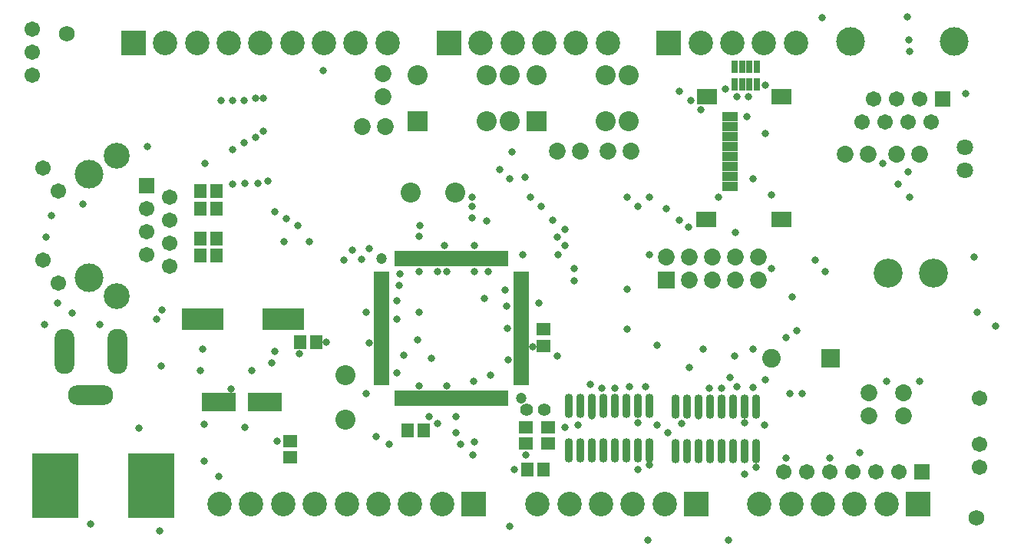
<source format=gts>
%FSAX24Y24*%
%MOIN*%
G70*
G01*
G75*
G04 Layer_Color=8388736*
%ADD10C,0.0100*%
%ADD11R,0.1378X0.0748*%
%ADD12R,0.1732X0.0866*%
%ADD13O,0.0276X0.0984*%
%ADD14R,0.0118X0.0591*%
%ADD15R,0.0591X0.0118*%
%ADD16C,0.0394*%
%ADD17R,0.0472X0.0532*%
%ADD18R,0.0532X0.0472*%
%ADD19R,0.1969X0.2756*%
%ADD20R,0.0551X0.0472*%
%ADD21R,0.0472X0.0551*%
%ADD22R,0.0787X0.0571*%
%ADD23R,0.0591X0.0315*%
%ADD24R,0.0177X0.0453*%
%ADD25C,0.0300*%
%ADD26C,0.0120*%
%ADD27C,0.0591*%
%ADD28C,0.0787*%
%ADD29C,0.0472*%
%ADD30C,0.0650*%
%ADD31C,0.0630*%
%ADD32R,0.0787X0.0787*%
%ADD33C,0.0600*%
%ADD34R,0.0728X0.0728*%
%ADD35C,0.0728*%
%ADD36C,0.1161*%
%ADD37C,0.1043*%
%ADD38C,0.0591*%
%ADD39R,0.0591X0.0591*%
%ADD40R,0.0650X0.0650*%
%ADD41C,0.0984*%
%ADD42R,0.0984X0.0984*%
%ADD43R,0.0591X0.0591*%
%ADD44C,0.1181*%
%ADD45R,0.0591X0.0591*%
%ADD46O,0.1890X0.0787*%
%ADD47O,0.0787X0.1890*%
%ADD48C,0.0240*%
%ADD49R,0.0906X0.0906*%
%ADD50R,0.1634X0.0374*%
%ADD51R,0.3701X0.3228*%
%ADD52O,0.0236X0.0906*%
%ADD53R,0.0374X0.0335*%
%ADD54O,0.0709X0.0177*%
%ADD55O,0.0866X0.0236*%
%ADD56C,0.0200*%
%ADD57C,0.0079*%
%ADD58C,0.0050*%
%ADD59C,0.0098*%
%ADD60C,0.0236*%
%ADD61C,0.0039*%
%ADD62C,0.0080*%
%ADD63C,0.0059*%
%ADD64R,0.1614X0.0748*%
%ADD65R,0.1458X0.0828*%
%ADD66R,0.1812X0.0946*%
%ADD67O,0.0356X0.1064*%
%ADD68R,0.0198X0.0671*%
%ADD69R,0.0671X0.0198*%
%ADD70C,0.0474*%
%ADD71R,0.0552X0.0612*%
%ADD72R,0.0612X0.0552*%
%ADD73R,0.2049X0.2836*%
%ADD74R,0.0631X0.0552*%
%ADD75R,0.0552X0.0631*%
%ADD76R,0.0867X0.0651*%
%ADD77R,0.0671X0.0395*%
%ADD78R,0.0257X0.0533*%
%ADD79C,0.0671*%
%ADD80C,0.0867*%
%ADD81C,0.0552*%
%ADD82C,0.0730*%
%ADD83C,0.0710*%
%ADD84R,0.0867X0.0867*%
%ADD85C,0.0680*%
%ADD86R,0.0808X0.0808*%
%ADD87C,0.0808*%
%ADD88C,0.1241*%
%ADD89C,0.1123*%
%ADD90C,0.0671*%
%ADD91R,0.0671X0.0671*%
%ADD92R,0.0730X0.0730*%
%ADD93C,0.1064*%
%ADD94R,0.1064X0.1064*%
%ADD95R,0.0671X0.0671*%
%ADD96C,0.1261*%
%ADD97R,0.0671X0.0671*%
%ADD98O,0.1970X0.0867*%
%ADD99O,0.0867X0.1970*%
%ADD100C,0.0320*%
D65*
X029096Y020800D02*
D03*
X031104D02*
D03*
D66*
X028398Y024400D02*
D03*
X031902D02*
D03*
D67*
X048950Y018677D02*
D03*
X049450D02*
D03*
X049950D02*
D03*
X050450D02*
D03*
X050950D02*
D03*
X051450D02*
D03*
X051950D02*
D03*
X052450D02*
D03*
X048950Y020606D02*
D03*
X049450D02*
D03*
X049950D02*
D03*
X050450D02*
D03*
X050950D02*
D03*
X051450D02*
D03*
X051950D02*
D03*
X052450D02*
D03*
X044300Y018685D02*
D03*
X044800D02*
D03*
X045300D02*
D03*
X045800D02*
D03*
X046300D02*
D03*
X046800D02*
D03*
X047300D02*
D03*
X047800D02*
D03*
X044300Y020615D02*
D03*
X044800D02*
D03*
X045300D02*
D03*
X045800D02*
D03*
X046300D02*
D03*
X046800D02*
D03*
X047300D02*
D03*
X047800D02*
D03*
D68*
X041562Y027032D02*
D03*
X041365D02*
D03*
X041168D02*
D03*
X040972D02*
D03*
X040775D02*
D03*
X040578D02*
D03*
X040381D02*
D03*
X040184D02*
D03*
X039987D02*
D03*
X039791D02*
D03*
X039594D02*
D03*
X039397D02*
D03*
X039200D02*
D03*
X039003D02*
D03*
X038806D02*
D03*
X038609D02*
D03*
X038413D02*
D03*
X038216D02*
D03*
X038019D02*
D03*
X037822D02*
D03*
X037625D02*
D03*
X037428D02*
D03*
X037232D02*
D03*
X037035D02*
D03*
X036838D02*
D03*
Y020968D02*
D03*
X037035D02*
D03*
X037232D02*
D03*
X037428D02*
D03*
X037625D02*
D03*
X037822D02*
D03*
X038019D02*
D03*
X038216D02*
D03*
X038413D02*
D03*
X038609D02*
D03*
X038806D02*
D03*
X039003D02*
D03*
X039200D02*
D03*
X039397D02*
D03*
X039594D02*
D03*
X039791D02*
D03*
X039987D02*
D03*
X040184D02*
D03*
X040381D02*
D03*
X040578D02*
D03*
X040775D02*
D03*
X040972D02*
D03*
X041168D02*
D03*
X041365D02*
D03*
X041562D02*
D03*
D69*
X036168Y026362D02*
D03*
Y026165D02*
D03*
Y025968D02*
D03*
Y025772D02*
D03*
Y025575D02*
D03*
Y025378D02*
D03*
Y025181D02*
D03*
Y024984D02*
D03*
Y024787D02*
D03*
Y024591D02*
D03*
Y024394D02*
D03*
Y024197D02*
D03*
Y024000D02*
D03*
Y023803D02*
D03*
Y023606D02*
D03*
Y023409D02*
D03*
Y023213D02*
D03*
Y023016D02*
D03*
Y022819D02*
D03*
Y022622D02*
D03*
Y022425D02*
D03*
Y022228D02*
D03*
Y022032D02*
D03*
Y021835D02*
D03*
Y021638D02*
D03*
X042231D02*
D03*
Y021835D02*
D03*
Y022032D02*
D03*
Y022228D02*
D03*
Y022425D02*
D03*
Y022622D02*
D03*
Y022819D02*
D03*
Y023016D02*
D03*
Y023213D02*
D03*
Y023409D02*
D03*
Y023606D02*
D03*
Y023803D02*
D03*
Y024000D02*
D03*
Y024197D02*
D03*
Y024394D02*
D03*
Y024591D02*
D03*
Y024787D02*
D03*
Y024984D02*
D03*
Y025181D02*
D03*
Y025378D02*
D03*
Y025575D02*
D03*
Y025772D02*
D03*
Y025968D02*
D03*
Y026165D02*
D03*
Y026362D02*
D03*
D70*
X036168Y027032D02*
D03*
X042231Y020968D02*
D03*
D71*
X029000Y027900D02*
D03*
X028291D02*
D03*
X029000Y027150D02*
D03*
X028291D02*
D03*
X033354Y023400D02*
D03*
X032646D02*
D03*
X029000Y029950D02*
D03*
X028291D02*
D03*
X029000Y029200D02*
D03*
X028291D02*
D03*
X037296Y019550D02*
D03*
X038004D02*
D03*
D72*
X043200Y023246D02*
D03*
Y023954D02*
D03*
X032200Y019100D02*
D03*
Y018391D02*
D03*
D73*
X022013Y017150D02*
D03*
X026187D02*
D03*
D74*
X043400Y019704D02*
D03*
Y018996D02*
D03*
X042450Y019704D02*
D03*
Y018996D02*
D03*
D75*
X043204Y017850D02*
D03*
X042496D02*
D03*
D76*
X050316Y034074D02*
D03*
X053544D02*
D03*
X050276Y028720D02*
D03*
X053544D02*
D03*
D77*
X051300Y031033D02*
D03*
Y030167D02*
D03*
Y033198D02*
D03*
Y031899D02*
D03*
Y030600D02*
D03*
Y031466D02*
D03*
Y032332D02*
D03*
Y032765D02*
D03*
D78*
X051835Y035368D02*
D03*
X051520D02*
D03*
Y034600D02*
D03*
X051835D02*
D03*
X052150D02*
D03*
X052465D02*
D03*
Y035368D02*
D03*
X052150D02*
D03*
D79*
X021000Y035000D02*
D03*
Y036000D02*
D03*
Y037000D02*
D03*
X062150Y017950D02*
D03*
Y018950D02*
D03*
Y020950D02*
D03*
X057650Y017750D02*
D03*
X058650D02*
D03*
X056650D02*
D03*
X055650D02*
D03*
X054650D02*
D03*
X053650D02*
D03*
D80*
X034600Y021961D02*
D03*
Y020039D02*
D03*
X039361Y029900D02*
D03*
X037439D02*
D03*
X045900Y033000D02*
D03*
X046900D02*
D03*
X042900Y035000D02*
D03*
X045900D02*
D03*
X046900D02*
D03*
X041750D02*
D03*
X040750D02*
D03*
X037750D02*
D03*
X041750Y033000D02*
D03*
X040750D02*
D03*
D81*
X043250Y020450D02*
D03*
X042463D02*
D03*
D82*
X059550Y031548D02*
D03*
X058550D02*
D03*
X057300D02*
D03*
X056300D02*
D03*
X047000Y031700D02*
D03*
X046000D02*
D03*
X043800D02*
D03*
X044800D02*
D03*
X036250Y035050D02*
D03*
Y034050D02*
D03*
X035350Y032750D02*
D03*
X036350D02*
D03*
X052550Y027100D02*
D03*
Y026100D02*
D03*
X051550Y027100D02*
D03*
Y026100D02*
D03*
X050550Y027100D02*
D03*
Y026100D02*
D03*
X049550Y027100D02*
D03*
Y026100D02*
D03*
X048550Y027100D02*
D03*
X058850Y020200D02*
D03*
Y021200D02*
D03*
X057350Y020200D02*
D03*
Y021200D02*
D03*
D83*
X061500Y031850D02*
D03*
Y030850D02*
D03*
D84*
X042900Y033000D02*
D03*
X037750D02*
D03*
D85*
X022500Y036800D02*
D03*
X062000Y015750D02*
D03*
D86*
X055680Y022700D02*
D03*
D87*
X053120D02*
D03*
D88*
X023470Y026200D02*
D03*
Y030700D02*
D03*
X056550Y036448D02*
D03*
X061050D02*
D03*
D89*
X024670Y025400D02*
D03*
Y031500D02*
D03*
D90*
X025970Y029200D02*
D03*
Y028200D02*
D03*
X026970Y028700D02*
D03*
Y027700D02*
D03*
X025970Y027200D02*
D03*
X026970Y029700D02*
D03*
Y026700D02*
D03*
X022150Y025950D02*
D03*
X021470Y026950D02*
D03*
X022150Y029950D02*
D03*
X021470Y030950D02*
D03*
X059550Y033948D02*
D03*
X058550D02*
D03*
X059050Y032948D02*
D03*
X058050D02*
D03*
X057550Y033948D02*
D03*
X060050Y032948D02*
D03*
X057050D02*
D03*
D91*
X025970Y030200D02*
D03*
D92*
X048550Y026100D02*
D03*
D93*
X026778Y036400D02*
D03*
X029534D02*
D03*
X032290D02*
D03*
X033668D02*
D03*
X028156D02*
D03*
X035046D02*
D03*
X030912D02*
D03*
X036424D02*
D03*
X038790Y016350D02*
D03*
X036034D02*
D03*
X033278D02*
D03*
X031900D02*
D03*
X037412D02*
D03*
X030522D02*
D03*
X034656D02*
D03*
X029144D02*
D03*
X044328Y016350D02*
D03*
X047084D02*
D03*
X042950D02*
D03*
X045706D02*
D03*
X048462D02*
D03*
X044612Y036400D02*
D03*
X041856D02*
D03*
X045990D02*
D03*
X043234D02*
D03*
X040478D02*
D03*
X053966Y016350D02*
D03*
X056722D02*
D03*
X052588D02*
D03*
X055344D02*
D03*
X058100D02*
D03*
X050028Y036400D02*
D03*
X052784D02*
D03*
X051406D02*
D03*
X054162D02*
D03*
D94*
X025400D02*
D03*
X040168Y016350D02*
D03*
X049840Y016350D02*
D03*
X039100Y036400D02*
D03*
X059478Y016350D02*
D03*
X048650Y036400D02*
D03*
D95*
X060550Y033948D02*
D03*
D96*
X060150Y026400D02*
D03*
X058182D02*
D03*
D97*
X059650Y017750D02*
D03*
D98*
X023523Y021110D02*
D03*
D99*
X022421Y023000D02*
D03*
X024704D02*
D03*
D100*
X035500Y024700D02*
D03*
X054450Y021150D02*
D03*
X055450Y026450D02*
D03*
X055000Y026950D02*
D03*
X053900Y021150D02*
D03*
X062850Y024100D02*
D03*
X061900Y027100D02*
D03*
X049100Y034300D02*
D03*
X049600Y033900D02*
D03*
X052850Y034550D02*
D03*
X052100Y034050D02*
D03*
X051600D02*
D03*
X051100Y034400D02*
D03*
X028500Y031150D02*
D03*
X025991Y031891D02*
D03*
X023200Y029400D02*
D03*
X021850Y028900D02*
D03*
X021600Y027950D02*
D03*
X022750Y024650D02*
D03*
X021550Y024150D02*
D03*
X023950D02*
D03*
X022100Y025100D02*
D03*
X026400Y024400D02*
D03*
X031400Y022500D02*
D03*
X036500Y018950D02*
D03*
X038609Y019859D02*
D03*
X026650Y024800D02*
D03*
X031550Y023000D02*
D03*
X035950Y019300D02*
D03*
X038250Y020150D02*
D03*
X026600Y022350D02*
D03*
X031950Y027750D02*
D03*
Y024550D02*
D03*
X028291Y029950D02*
D03*
Y029200D02*
D03*
Y027150D02*
D03*
Y027900D02*
D03*
X035650Y023350D02*
D03*
X033759Y023409D02*
D03*
X025950Y016881D02*
D03*
X023550Y015500D02*
D03*
X028481Y018219D02*
D03*
Y019819D02*
D03*
X026550Y015200D02*
D03*
X031650Y019100D02*
D03*
X052300Y021441D02*
D03*
X051591Y021450D02*
D03*
X050950Y021391D02*
D03*
X050400D02*
D03*
X051950Y019891D02*
D03*
X049950Y020200D02*
D03*
X037822Y026472D02*
D03*
X039003Y021497D02*
D03*
X039000Y026450D02*
D03*
X037800Y021500D02*
D03*
X041600Y024950D02*
D03*
X041650Y024000D02*
D03*
X042737Y023213D02*
D03*
X041550Y025650D02*
D03*
X038600Y026450D02*
D03*
X037800Y024700D02*
D03*
X036850Y024400D02*
D03*
X037750Y023500D02*
D03*
X037131Y022819D02*
D03*
X038350Y022700D02*
D03*
X040800Y026450D02*
D03*
X040650Y025300D02*
D03*
X040184Y021684D02*
D03*
X041672Y022622D02*
D03*
X040900Y021950D02*
D03*
X031050Y034000D02*
D03*
Y032550D02*
D03*
X030700Y034000D02*
D03*
Y032300D02*
D03*
X030200Y033900D02*
D03*
Y032050D02*
D03*
X029700Y033900D02*
D03*
Y031750D02*
D03*
X033050Y027750D02*
D03*
X032550Y028450D02*
D03*
X032050Y028750D02*
D03*
X031550Y029050D02*
D03*
X032600Y022900D02*
D03*
X031250Y030400D02*
D03*
X030800Y030300D02*
D03*
X030250D02*
D03*
X029700Y030250D02*
D03*
X035500Y021168D02*
D03*
X049550Y022300D02*
D03*
X052300Y023100D02*
D03*
X050150D02*
D03*
X048150Y023250D02*
D03*
X040750Y028650D02*
D03*
X040100Y028800D02*
D03*
X038900Y027600D02*
D03*
X040200D02*
D03*
X040100Y029300D02*
D03*
Y029700D02*
D03*
X040200Y026450D02*
D03*
X036962Y026362D02*
D03*
X036950Y025850D02*
D03*
X035650Y027450D02*
D03*
X035300Y027000D02*
D03*
X034900Y027400D02*
D03*
X036831Y025181D02*
D03*
X034550Y026950D02*
D03*
X044550Y026600D02*
D03*
X029200Y033900D02*
D03*
X025650Y019650D02*
D03*
X028400Y023096D02*
D03*
X030250Y019700D02*
D03*
X029100Y017550D02*
D03*
X028300Y022150D02*
D03*
X030550D02*
D03*
X033650Y035200D02*
D03*
X029650Y021354D02*
D03*
X036850Y022050D02*
D03*
X039397Y020153D02*
D03*
X039400Y019450D02*
D03*
X039600Y018950D02*
D03*
X040150Y018500D02*
D03*
X040200Y019050D02*
D03*
X042450Y018500D02*
D03*
X041950Y017850D02*
D03*
X046850Y023950D02*
D03*
Y025700D02*
D03*
X037800Y028000D02*
D03*
X043000Y025100D02*
D03*
X037850Y028450D02*
D03*
X043800Y022800D02*
D03*
X048150Y019800D02*
D03*
X045300Y020200D02*
D03*
X047300Y019900D02*
D03*
X045750Y021400D02*
D03*
X046300D02*
D03*
X046941Y021459D02*
D03*
X047650Y021450D02*
D03*
X041750Y015400D02*
D03*
X047800Y018050D02*
D03*
X047750Y014800D02*
D03*
X047300Y017850D02*
D03*
X051950Y017650D02*
D03*
X052450Y017950D02*
D03*
X051250Y014800D02*
D03*
X052800Y019791D02*
D03*
X058999Y037525D02*
D03*
X059099Y036025D02*
D03*
X059062Y036538D02*
D03*
X044150Y019700D02*
D03*
X051500Y022800D02*
D03*
X045250Y021550D02*
D03*
X044700Y019800D02*
D03*
X054000Y025350D02*
D03*
X053750Y023600D02*
D03*
X054200Y023900D02*
D03*
X041300Y030900D02*
D03*
X041850Y031650D02*
D03*
X041750Y030500D02*
D03*
X042400Y030550D02*
D03*
X052300Y030500D02*
D03*
X052048Y033198D02*
D03*
X052850Y032450D02*
D03*
X050050Y033500D02*
D03*
X053750Y018350D02*
D03*
X055650D02*
D03*
X056939Y018611D02*
D03*
X053100Y026600D02*
D03*
X052850Y021750D02*
D03*
X051300Y021850D02*
D03*
X042650Y029700D02*
D03*
X046850D02*
D03*
X043100Y029300D02*
D03*
X047300D02*
D03*
X044150Y027600D02*
D03*
X043800Y027950D02*
D03*
X051550Y028150D02*
D03*
X044150Y028300D02*
D03*
X043600Y028700D02*
D03*
X048600Y019450D02*
D03*
X049200Y019850D02*
D03*
X062050Y024700D02*
D03*
X049100Y028700D02*
D03*
X049500Y028400D02*
D03*
X042300Y027200D02*
D03*
X043850D02*
D03*
X047800D02*
D03*
Y029700D02*
D03*
X050800D02*
D03*
X048550Y029200D02*
D03*
X059050Y030800D02*
D03*
X057950Y031150D02*
D03*
X058100Y021700D02*
D03*
X059550D02*
D03*
X058600Y030250D02*
D03*
X059100Y029700D02*
D03*
X061550Y034200D02*
D03*
X055300Y037500D02*
D03*
X044550Y026050D02*
D03*
X053100Y029800D02*
D03*
M02*

</source>
